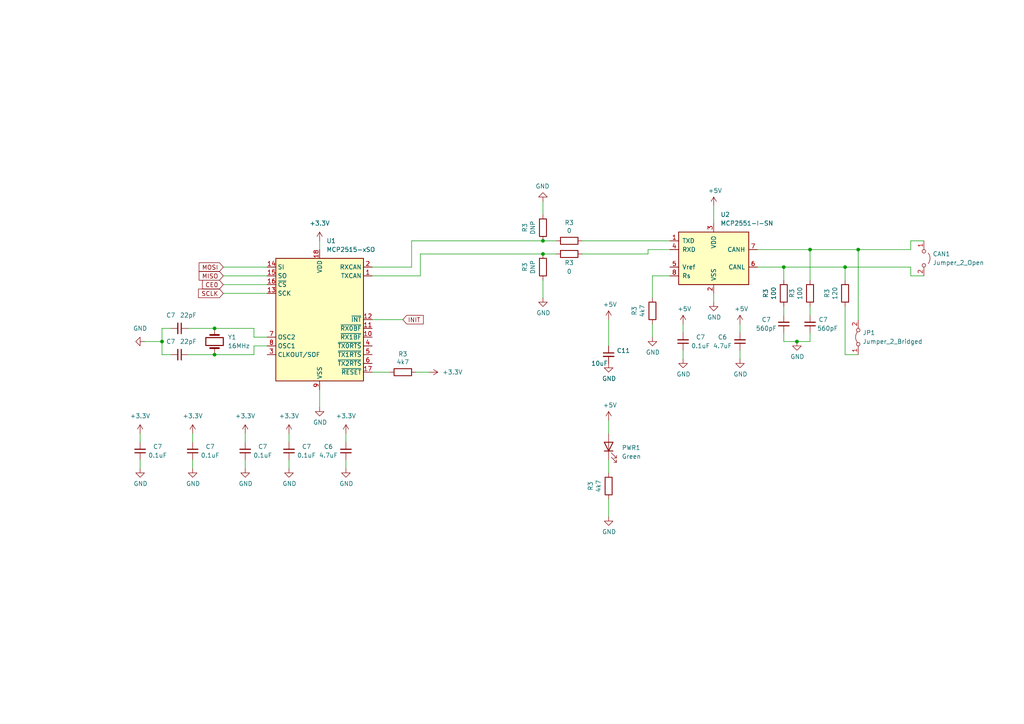
<source format=kicad_sch>
(kicad_sch (version 20230121) (generator eeschema)
  (paper "A4")
  (lib_symbols
    (symbol "Device:C_Small" (pin_numbers hide) (pin_names (offset 0.254) hide)
      (property "Reference" "C" (at 0.254 1.778 0))
      (property "Value" "C_Small" (at 0.254 -2.032 0))
      (symbol "C_Small_0_1"
        (polyline (pts (xy -1.524 -0.508) (xy 1.524 -0.508)) (stroke (width 0.3302)))
        (polyline (pts (xy -1.524 0.508) (xy 1.524 0.508)) (stroke (width 0.3048)))
      )
      (symbol "C_Small_1_1"
        (pin passive line (at 0 2.54 270) (length 2.032) (name "~") (number "1"))
        (pin passive line (at 0 -2.54 90) (length 2.032) (name "~") (number "2"))
      )
    )
    (symbol "Device:Crystal" (pin_numbers hide) (pin_names (offset 1.016) hide)
      (property "Reference" "Y" (at 0 3.81 0))
      (property "Value" "Crystal" (at 0 -3.81 0))
      (symbol "Crystal_0_1"
        (rectangle (start -1.143 2.54) (end 1.143 -2.54) (stroke (width 0.3048)))
        (polyline (pts (xy -2.54 0) (xy -1.905 0)))
        (polyline (pts (xy -1.905 -1.27) (xy -1.905 1.27)) (stroke (width 0.508)))
        (polyline (pts (xy 1.905 -1.27) (xy 1.905 1.27)) (stroke (width 0.508)))
        (polyline (pts (xy 2.54 0) (xy 1.905 0)))
      )
      (symbol "Crystal_1_1"
        (pin passive line (at -3.81 0 0) (length 1.27) (name "1") (number "1"))
        (pin passive line (at 3.81 0 180) (length 1.27) (name "2") (number "2"))
      )
    )
    (symbol "Device:LED" (pin_numbers hide) (pin_names (offset 1.016) hide)
      (property "Reference" "D" (at 0 2.54 0))
      (property "Value" "LED" (at 0 -2.54 0))
      (symbol "LED_0_1"
        (polyline (pts (xy -1.27 -1.27) (xy -1.27 1.27)) (stroke (width 0.254)))
        (polyline (pts (xy -1.27 0) (xy 1.27 0)))
        (polyline (pts (xy 1.27 -1.27) (xy 1.27 1.27) (xy -1.27 0) (xy 1.27 -1.27)) (stroke (width 0.254)))
        (polyline (pts (xy -3.048 -0.762) (xy -4.572 -2.286) (xy -3.81 -2.286) (xy -4.572 -2.286) (xy -4.572 -1.524)))
        (polyline (pts (xy -1.778 -0.762) (xy -3.302 -2.286) (xy -2.54 -2.286) (xy -3.302 -2.286) (xy -3.302 -1.524)))
      )
      (symbol "LED_1_1"
        (pin passive line (at -3.81 0 0) (length 2.54) (name "K") (number "1"))
        (pin passive line (at 3.81 0 180) (length 2.54) (name "A") (number "2"))
      )
    )
    (symbol "Device:R" (pin_numbers hide) (pin_names (offset 0))
      (property "Reference" "R" (at 2.032 0 90))
      (property "Value" "R" (at 0 0 90))
      (symbol "R_0_1"
        (rectangle (start -1.016 -2.54) (end 1.016 2.54) (stroke (width 0.254)))
      )
      (symbol "R_1_1"
        (pin passive line (at 0 3.81 270) (length 1.27) (name "~") (number "1"))
        (pin passive line (at 0 -3.81 90) (length 1.27) (name "~") (number "2"))
      )
    )
    (symbol "Interface_CAN_LIN:MCP2515-xSO"
      (property "Reference" "U" (at -10.16 19.685 0))
      (property "Value" "MCP2515-xSO" (at 19.05 20.32 0))
      (symbol "MCP2515-xSO_0_1"
        (rectangle (start -12.7 17.78) (end 12.7 -17.78) (stroke (width 0.254)) (fill (type background)))
      )
      (symbol "MCP2515-xSO_1_1"
        (pin output line (at 15.24 12.7 180) (length 2.54) (name "TXCAN") (number "1"))
        (pin output line (at 15.24 -5.08 180) (length 2.54) (name "~{RX1BF}") (number "10"))
        (pin output line (at 15.24 -2.54 180) (length 2.54) (name "~{RX0BF}") (number "11"))
        (pin output line (at 15.24 0 180) (length 2.54) (name "~{INT}") (number "12"))
        (pin input line (at -15.24 7.62 0) (length 2.54) (name "SCK") (number "13"))
        (pin input line (at -15.24 15.24 0) (length 2.54) (name "SI") (number "14"))
        (pin output line (at -15.24 12.7 0) (length 2.54) (name "SO") (number "15"))
        (pin input line (at -15.24 10.16 0) (length 2.54) (name "~{CS}") (number "16"))
        (pin input line (at 15.24 -15.24 180) (length 2.54) (name "~{RESET}") (number "17"))
        (pin power_in line (at 0 20.32 270) (length 2.54) (name "VDD") (number "18"))
        (pin input line (at 15.24 15.24 180) (length 2.54) (name "RXCAN") (number "2"))
        (pin output line (at -15.24 -10.16 0) (length 2.54) (name "CLKOUT/SOF") (number "3"))
        (pin input line (at 15.24 -7.62 180) (length 2.54) (name "~{TX0RTS}") (number "4"))
        (pin input line (at 15.24 -10.16 180) (length 2.54) (name "~{TX1RTS}") (number "5"))
        (pin input line (at 15.24 -12.7 180) (length 2.54) (name "~{TX2RTS}") (number "6"))
        (pin output line (at -15.24 -5.08 0) (length 2.54) (name "OSC2") (number "7"))
        (pin input line (at -15.24 -7.62 0) (length 2.54) (name "OSC1") (number "8"))
        (pin power_in line (at 0 -20.32 90) (length 2.54) (name "VSS") (number "9"))
      )
    )
    (symbol "Interface_CAN_LIN:MCP2551-I-SN" (pin_names (offset 1.016))
      (property "Reference" "U" (at -10.16 8.89 0))
      (property "Value" "MCP2551-I-SN" (at 2.54 8.89 0))
      (symbol "MCP2551-I-SN_0_1"
        (rectangle (start -10.16 7.62) (end 10.16 -7.62) (stroke (width 0.254)) (fill (type background)))
      )
      (symbol "MCP2551-I-SN_1_1"
        (pin input line (at -12.7 5.08 0) (length 2.54) (name "TXD") (number "1"))
        (pin power_in line (at 0 -10.16 90) (length 2.54) (name "VSS") (number "2"))
        (pin power_in line (at 0 10.16 270) (length 2.54) (name "VDD") (number "3"))
        (pin output line (at -12.7 2.54 0) (length 2.54) (name "RXD") (number "4"))
        (pin power_out line (at -12.7 -2.54 0) (length 2.54) (name "Vref") (number "5"))
        (pin bidirectional line (at 12.7 -2.54 180) (length 2.54) (name "CANL") (number "6"))
        (pin bidirectional line (at 12.7 2.54 180) (length 2.54) (name "CANH") (number "7"))
        (pin input line (at -12.7 -5.08 0) (length 2.54) (name "Rs") (number "8"))
      )
    )
    (symbol "Jumper:Jumper_2_Bridged" (pin_names (offset 0) hide)
      (property "Reference" "JP" (at 0 1.905 0))
      (property "Value" "Jumper_2_Bridged" (at 0 -2.54 0))
      (symbol "Jumper_2_Bridged_0_0"
        (circle (center -2.032 0) (radius 0.508))
        (circle (center 2.032 0) (radius 0.508))
      )
      (symbol "Jumper_2_Bridged_0_1"
        (arc (start 1.524 0.254) (mid 0 0.762) (end -1.524 0.254))
      )
      (symbol "Jumper_2_Bridged_1_1"
        (pin passive line (at -5.08 0 0) (length 2.54) (name "A") (number "1"))
        (pin passive line (at 5.08 0 180) (length 2.54) (name "B") (number "2"))
      )
    )
    (symbol "Jumper:Jumper_2_Open" (pin_names (offset 0) hide)
      (property "Reference" "JP" (at 0 2.794 0))
      (property "Value" "Jumper_2_Open" (at 0 -2.286 0))
      (symbol "Jumper_2_Open_0_0"
        (circle (center -2.032 0) (radius 0.508))
        (circle (center 2.032 0) (radius 0.508))
      )
      (symbol "Jumper_2_Open_0_1"
        (arc (start 1.524 1.27) (mid 0 1.778) (end -1.524 1.27))
      )
      (symbol "Jumper_2_Open_1_1"
        (pin passive line (at -5.08 0 0) (length 2.54) (name "A") (number "1"))
        (pin passive line (at 5.08 0 180) (length 2.54) (name "B") (number "2"))
      )
    )
    (symbol "power:+3.3V" (power) (pin_names (offset 0))
      (property "Value" "+3.3V" (at 0 3.556 0))
      (symbol "+3.3V_0_1"
        (polyline (pts (xy -0.762 1.27) (xy 0 2.54)))
        (polyline (pts (xy 0 0) (xy 0 2.54)))
        (polyline (pts (xy 0 2.54) (xy 0.762 1.27)))
      )
      (symbol "+3.3V_1_1"
        (pin power_in line (at 0 0 90) (length 0) hide (name "+3.3V") (number "1"))
      )
    )
    (symbol "power:+5V" (power) (pin_names (offset 0))
      (property "Value" "+5V" (at 0 3.556 0))
      (symbol "+5V_0_1"
        (polyline (pts (xy -0.762 1.27) (xy 0 2.54)))
        (polyline (pts (xy 0 0) (xy 0 2.54)))
        (polyline (pts (xy 0 2.54) (xy 0.762 1.27)))
      )
      (symbol "+5V_1_1"
        (pin power_in line (at 0 0 90) (length 0) hide (name "+5V") (number "1"))
      )
    )
    (symbol "power:GND" (power) (pin_names (offset 0))
      (property "Value" "GND" (at 0 -3.81 0))
      (symbol "GND_0_1"
        (polyline (pts (xy 0 0) (xy 0 -1.27) (xy 1.27 -1.27) (xy 0 -2.54) (xy -1.27 -1.27) (xy 0 -1.27)))
      )
      (symbol "GND_1_1"
        (pin power_in line (at 0 0 270) (length 0) hide (name "GND") (number "1"))
      )
    )
  )
  (junction (at 234.95 72.39))
  (junction (at 227.33 77.47))
  (junction (at 248.92 72.39))
  (junction (at 231.14 99.06))
  (junction (at 157.48 69.85))
  (junction (at 157.48 73.66))
  (junction (at 245.11 77.47))
  (junction (at 46.99 99.06))
  (junction (at 62.23 102.87))
  (junction (at 62.23 95.25))
  (wire (pts (xy 207.01 59.69) (xy 207.01 64.77)))
  (wire (pts (xy 92.71 69.85) (xy 92.71 72.39)))
  (wire (pts (xy 121.92 80.01) (xy 121.92 73.66)))
  (wire (pts (xy 264.16 72.39) (xy 248.92 72.39)))
  (wire (pts (xy 194.31 80.01) (xy 189.23 80.01)))
  (wire (pts (xy 64.77 80.01) (xy 77.47 80.01)))
  (wire (pts (xy 234.95 72.39) (xy 248.92 72.39)))
  (wire (pts (xy 73.66 97.79) (xy 73.66 95.25)))
  (wire (pts (xy 71.12 125.73) (xy 71.12 128.27)))
  (wire (pts (xy 207.01 85.09) (xy 207.01 87.63)))
  (wire (pts (xy 54.61 95.25) (xy 62.23 95.25)))
  (wire (pts (xy 64.77 82.55) (xy 77.47 82.55)))
  (wire (pts (xy 41.91 99.06) (xy 46.99 99.06)))
  (wire (pts (xy 264.16 72.39) (xy 264.16 69.85)))
  (wire (pts (xy 227.33 99.06) (xy 231.14 99.06)))
  (wire (pts (xy 264.16 69.85) (xy 267.97 69.85)))
  (wire (pts (xy 214.63 101.6) (xy 214.63 104.14)))
  (wire (pts (xy 100.33 125.73) (xy 100.33 128.27)))
  (wire (pts (xy 198.12 101.6) (xy 198.12 104.14)))
  (wire (pts (xy 55.88 125.73) (xy 55.88 128.27)))
  (wire (pts (xy 73.66 100.33) (xy 73.66 102.87)))
  (wire (pts (xy 264.16 80.01) (xy 267.97 80.01)))
  (wire (pts (xy 187.96 72.39) (xy 187.96 73.66)))
  (wire (pts (xy 119.38 77.47) (xy 119.38 69.85)))
  (wire (pts (xy 73.66 95.25) (xy 62.23 95.25)))
  (wire (pts (xy 176.53 133.35) (xy 176.53 137.16)))
  (wire (pts (xy 107.95 107.95) (xy 113.03 107.95)))
  (wire (pts (xy 176.53 144.78) (xy 176.53 149.86)))
  (wire (pts (xy 49.53 95.25) (xy 46.99 95.25)))
  (wire (pts (xy 46.99 99.06) (xy 46.99 102.87)))
  (wire (pts (xy 227.33 88.9) (xy 227.33 91.44)))
  (wire (pts (xy 189.23 93.98) (xy 189.23 97.79)))
  (wire (pts (xy 234.95 99.06) (xy 231.14 99.06)))
  (wire (pts (xy 245.11 77.47) (xy 264.16 77.47)))
  (wire (pts (xy 73.66 102.87) (xy 62.23 102.87)))
  (wire (pts (xy 121.92 73.66) (xy 157.48 73.66)))
  (wire (pts (xy 107.95 77.47) (xy 119.38 77.47)))
  (wire (pts (xy 176.53 92.71) (xy 176.53 100.33)))
  (wire (pts (xy 198.12 93.98) (xy 198.12 96.52)))
  (wire (pts (xy 120.65 107.95) (xy 124.46 107.95)))
  (wire (pts (xy 227.33 77.47) (xy 227.33 81.28)))
  (wire (pts (xy 194.31 72.39) (xy 187.96 72.39)))
  (wire (pts (xy 157.48 69.85) (xy 161.29 69.85)))
  (wire (pts (xy 245.11 102.87) (xy 248.92 102.87)))
  (wire (pts (xy 245.11 88.9) (xy 245.11 102.87)))
  (wire (pts (xy 54.61 102.87) (xy 62.23 102.87)))
  (wire (pts (xy 214.63 93.98) (xy 214.63 96.52)))
  (wire (pts (xy 219.71 77.47) (xy 227.33 77.47)))
  (wire (pts (xy 227.33 96.52) (xy 227.33 99.06)))
  (wire (pts (xy 46.99 95.25) (xy 46.99 99.06)))
  (wire (pts (xy 157.48 58.42) (xy 157.48 62.23)))
  (wire (pts (xy 55.88 133.35) (xy 55.88 135.89)))
  (wire (pts (xy 187.96 73.66) (xy 168.91 73.66)))
  (wire (pts (xy 71.12 133.35) (xy 71.12 135.89)))
  (wire (pts (xy 100.33 133.35) (xy 100.33 135.89)))
  (wire (pts (xy 245.11 81.28) (xy 245.11 77.47)))
  (wire (pts (xy 64.77 85.09) (xy 77.47 85.09)))
  (wire (pts (xy 119.38 69.85) (xy 157.48 69.85)))
  (wire (pts (xy 107.95 92.71) (xy 116.84 92.71)))
  (wire (pts (xy 176.53 121.92) (xy 176.53 125.73)))
  (wire (pts (xy 219.71 72.39) (xy 234.95 72.39)))
  (wire (pts (xy 40.64 133.35) (xy 40.64 135.89)))
  (wire (pts (xy 77.47 97.79) (xy 73.66 97.79)))
  (wire (pts (xy 77.47 100.33) (xy 73.66 100.33)))
  (wire (pts (xy 92.71 113.03) (xy 92.71 118.11)))
  (wire (pts (xy 157.48 81.28) (xy 157.48 86.36)))
  (wire (pts (xy 83.82 125.73) (xy 83.82 128.27)))
  (wire (pts (xy 234.95 88.9) (xy 234.95 91.44)))
  (wire (pts (xy 264.16 77.47) (xy 264.16 80.01)))
  (wire (pts (xy 46.99 102.87) (xy 49.53 102.87)))
  (wire (pts (xy 64.77 77.47) (xy 77.47 77.47)))
  (wire (pts (xy 107.95 80.01) (xy 121.92 80.01)))
  (wire (pts (xy 157.48 73.66) (xy 161.29 73.66)))
  (wire (pts (xy 168.91 69.85) (xy 194.31 69.85)))
  (wire (pts (xy 189.23 80.01) (xy 189.23 86.36)))
  (wire (pts (xy 245.11 77.47) (xy 227.33 77.47)))
  (wire (pts (xy 234.95 96.52) (xy 234.95 99.06)))
  (wire (pts (xy 248.92 72.39) (xy 248.92 92.71)))
  (wire (pts (xy 83.82 133.35) (xy 83.82 135.89)))
  (wire (pts (xy 40.64 125.73) (xy 40.64 128.27)))
  (wire (pts (xy 234.95 72.39) (xy 234.95 81.28)))
  (global_label "MISO" (shape input) (at 64.77 80.01 180) (property "Intersheetrefs" "${INTERSHEET_REFS}" (effects hide)))
  (global_label "INIT" (shape input) (at 116.84 92.71 0) (property "Intersheetrefs" "${INTERSHEET_REFS}" (effects hide)))
  (global_label "CE0" (shape input) (at 64.77 82.55 180) (property "Intersheetrefs" "${INTERSHEET_REFS}" (effects hide)))
  (global_label "SCLK" (shape input) (at 64.77 85.09 180) (property "Intersheetrefs" "${INTERSHEET_REFS}" (effects hide)))
  (global_label "MOSI" (shape input) (at 64.77 77.47 180) (property "Intersheetrefs" "${INTERSHEET_REFS}" (effects hide)))
  (symbol (lib_id "power:+5V") (at 214.63 93.98 0) (unit 1)
    (property "Reference" "#PWR08" (effects hide))
    (property "Value" "+5V" (at 215.011 89.5858 0))
    (instances (project "LTP305_ESP32_CLOCK" (path "" (reference "#PWR08") (unit 1))) (project "ltp_kikad" (path "" (reference "#PWR035") (unit 1)) (path "" (reference "#PWR049") (unit 1))))
  )
  (symbol (lib_id "power:GND") (at 40.64 135.89 0) (unit 1)
    (property "Reference" "#PWR09" (effects hide))
    (property "Value" "GND" (at 40.767 140.2842 0))
    (instances (project "LTP305_ESP32_CLOCK" (path "" (reference "#PWR09") (unit 1))) (project "ltp_kikad" (path "" (reference "#PWR03") (unit 1)) (path "" (reference "#PWR065") (unit 1))))
  )
  (symbol (lib_id "power:GND") (at 189.23 97.79 0) (unit 1)
    (property "Reference" "#PWR09" (effects hide))
    (property "Value" "GND" (at 189.357 102.1842 0))
    (instances (project "LTP305_ESP32_CLOCK" (path "" (reference "#PWR09") (unit 1))) (project "ltp_kikad" (path "" (reference "#PWR03") (unit 1)) (path "" (reference "#PWR051") (unit 1))))
  )
  (symbol (lib_id "power:GND") (at 157.48 58.42 180) (unit 1)
    (property "Reference" "#PWR09" (effects hide))
    (property "Value" "GND" (at 157.353 54.0258 0))
    (instances (project "LTP305_ESP32_CLOCK" (path "" (reference "#PWR09") (unit 1))) (project "ltp_kikad" (path "" (reference "#PWR03") (unit 1)) (path "" (reference "#PWR054") (unit 1))))
  )
  (symbol (lib_id "Device:R") (at 157.48 77.47 180) (unit 1)
    (property "Reference" "R3" (at 152.2222 77.47 90))
    (property "Value" "DNP" (at 154.5336 77.47 90))
    (property "Footprint" "Resistor_SMD:R_0603_1608Metric" (effects hide))
    (instances (project "LTP305_ESP32_CLOCK" (path "" (reference "R3") (unit 1))) (project "ltp_kikad" (path "" (reference "R2") (unit 1)) (path "" (reference "R14") (unit 1))))
  )
  (symbol (lib_id "power:+3.3V") (at 124.46 107.95 270) (unit 1)
    (property "Reference" "#PWR053" (effects hide))
    (property "Value" "+3.3V" (at 128.27 107.95 90) (effects (justify left)))
  )
  (symbol (lib_id "Device:R") (at 116.84 107.95 90) (unit 1)
    (property "Reference" "R3" (at 116.84 102.6922 90))
    (property "Value" "4k7" (at 116.84 105.0036 90))
    (property "Footprint" "Resistor_SMD:R_0603_1608Metric" (effects hide))
    (instances (project "LTP305_ESP32_CLOCK" (path "" (reference "R3") (unit 1))) (project "ltp_kikad" (path "" (reference "R2") (unit 1)) (path "" (reference "R10") (unit 1))))
  )
  (symbol (lib_id "Device:R") (at 189.23 90.17 180) (unit 1)
    (property "Reference" "R3" (at 183.9722 90.17 90))
    (property "Value" "4k7" (at 186.2836 90.17 90))
    (property "Footprint" "Resistor_SMD:R_0603_1608Metric" (effects hide))
    (instances (project "LTP305_ESP32_CLOCK" (path "" (reference "R3") (unit 1))) (project "ltp_kikad" (path "" (reference "R2") (unit 1)) (path "" (reference "R6") (unit 1))))
  )
  (symbol (lib_id "power:GND") (at 176.53 149.86 0) (unit 1)
    (property "Reference" "#PWR038" (effects hide))
    (property "Value" "GND" (at 176.657 154.2542 0))
    (instances (project "LTP305_ESP32_CLOCK" (path "" (reference "#PWR038") (unit 1))) (project "ltp_kikad" (path "" (reference "#PWR057") (unit 1)) (path "" (reference "#PWR067") (unit 1))))
  )
  (symbol (lib_id "power:GND") (at 92.71 118.11 0) (unit 1)
    (property "Reference" "#PWR09" (effects hide))
    (property "Value" "GND" (at 92.837 122.5042 0))
    (instances (project "LTP305_ESP32_CLOCK" (path "" (reference "#PWR09") (unit 1))) (project "ltp_kikad" (path "" (reference "#PWR03") (unit 1)) (path "" (reference "#PWR038") (unit 1))))
  )
  (symbol (lib_id "Device:C_Small") (at 227.33 93.98 180) (unit 1)
    (property "Reference" "C7" (at 222.25 92.71 0))
    (property "Value" "560pF" (at 222.25 95.25 0))
    (property "Footprint" "Capacitor_SMD:C_0603_1608Metric" (effects hide))
    (instances (project "LTP305_ESP32_CLOCK" (path "" (reference "C7") (unit 1))) (project "ltp_kikad" (path "" (reference "C4") (unit 1)) (path "" (reference "C25") (unit 1))))
  )
  (symbol (lib_id "Device:R") (at 245.11 85.09 180) (unit 1)
    (property "Reference" "R3" (at 239.8522 85.09 90))
    (property "Value" "120" (at 242.1636 85.09 90))
    (property "Footprint" "Resistor_SMD:R_0805_2012Metric_Pad1.20x1.40mm_HandSolder" (effects hide))
    (instances (project "LTP305_ESP32_CLOCK" (path "" (reference "R3") (unit 1))) (project "ltp_kikad" (path "" (reference "R2") (unit 1)) (path "" (reference "R9") (unit 1))))
  )
  (symbol (lib_id "Jumper:Jumper_2_Bridged") (at 248.92 97.79 90) (unit 1)
    (property "Reference" "JP1" (at 250.19 96.52 90) (effects (justify right)))
    (property "Value" "Jumper_2_Bridged" (at 250.19 99.06 90) (effects (justify right)))
    (property "Footprint" "TestPoint:TestPoint_2Pads_Pitch2.54mm_Drill0.8mm" (effects hide))
  )
  (symbol (lib_id "power:+5V") (at 207.01 59.69 0) (unit 1)
    (property "Reference" "#PWR08" (effects hide))
    (property "Value" "+5V" (at 207.391 55.2958 0))
    (instances (project "LTP305_ESP32_CLOCK" (path "" (reference "#PWR08") (unit 1))) (project "ltp_kikad" (path "" (reference "#PWR035") (unit 1)) (path "" (reference "#PWR040") (unit 1))))
  )
  (symbol (lib_id "power:+3.3V") (at 40.64 125.73 0) (unit 1)
    (property "Reference" "#PWR064" (effects hide))
    (property "Value" "+3.3V" (at 40.64 120.65 0))
  )
  (symbol (lib_id "Device:R") (at 227.33 85.09 180) (unit 1)
    (property "Reference" "R3" (at 222.0722 85.09 90))
    (property "Value" "100" (at 224.3836 85.09 90))
    (property "Footprint" "Resistor_SMD:R_0603_1608Metric" (effects hide))
    (instances (project "LTP305_ESP32_CLOCK" (path "" (reference "R3") (unit 1))) (project "ltp_kikad" (path "" (reference "R2") (unit 1)) (path "" (reference "R7") (unit 1))))
  )
  (symbol (lib_id "Jumper:Jumper_2_Open") (at 267.97 74.93 270) (unit 1)
    (property "Reference" "CAN1" (at 270.51 73.66 90) (effects (justify left)))
    (property "Value" "Jumper_2_Open" (at 270.51 76.2 90) (effects (justify left)))
    (property "Footprint" "TestPoint:TestPoint_2Pads_Pitch2.54mm_Drill0.8mm" (effects hide))
  )
  (symbol (lib_id "Interface_CAN_LIN:MCP2551-I-SN") (at 207.01 74.93 0) (unit 1)
    (property "Reference" "U2" (at 208.9659 62.23 0) (effects (justify left)))
    (property "Value" "MCP2551-I-SN" (at 208.9659 64.77 0) (effects (justify left)))
    (property "Footprint" "Package_SO:SOIC-8_3.9x4.9mm_P1.27mm" (effects hide))
    (property "Datasheet" "http://ww1.microchip.com/downloads/en/devicedoc/21667d.pdf" (effects hide))
  )
  (symbol (lib_id "Device:C_Small") (at 52.07 95.25 270) (unit 1)
    (property "Reference" "C7" (at 49.53 91.44 90))
    (property "Value" "22pF" (at 54.61 91.44 90))
    (property "Footprint" "Capacitor_SMD:C_0603_1608Metric" (effects hide))
    (instances (project "LTP305_ESP32_CLOCK" (path "" (reference "C7") (unit 1))) (project "ltp_kikad" (path "" (reference "C4") (unit 1)) (path "" (reference "C23") (unit 1))))
  )
  (symbol (lib_id "power:GND") (at 41.91 99.06 270) (unit 1)
    (property "Reference" "#PWR09" (effects hide))
    (property "Value" "GND" (at 40.64 95.25 90))
    (instances (project "LTP305_ESP32_CLOCK" (path "" (reference "#PWR09") (unit 1))) (project "ltp_kikad" (path "" (reference "#PWR03") (unit 1)) (path "" (reference "#PWR050") (unit 1))))
  )
  (symbol (lib_id "power:GND") (at 207.01 87.63 0) (unit 1)
    (property "Reference" "#PWR09" (effects hide))
    (property "Value" "GND" (at 207.137 92.0242 0))
    (instances (project "LTP305_ESP32_CLOCK" (path "" (reference "#PWR09") (unit 1))) (project "ltp_kikad" (path "" (reference "#PWR03") (unit 1)) (path "" (reference "#PWR039") (unit 1))))
  )
  (symbol (lib_id "power:+5V") (at 176.53 121.92 0) (unit 1)
    (property "Reference" "#PWR08" (effects hide))
    (property "Value" "+5V" (at 176.911 117.5258 0))
    (instances (project "LTP305_ESP32_CLOCK" (path "" (reference "#PWR08") (unit 1))) (project "ltp_kikad" (path "" (reference "#PWR056") (unit 1)) (path "" (reference "#PWR066") (unit 1))))
  )
  (symbol (lib_id "power:+3.3V") (at 100.33 125.73 0) (unit 1)
    (property "Reference" "#PWR045" (effects hide))
    (property "Value" "+3.3V" (at 100.33 120.65 0))
  )
  (symbol (lib_id "Device:R") (at 234.95 85.09 180) (unit 1)
    (property "Reference" "R3" (at 229.6922 85.09 90))
    (property "Value" "100" (at 232.0036 85.09 90))
    (property "Footprint" "Resistor_SMD:R_0603_1608Metric" (effects hide))
    (instances (project "LTP305_ESP32_CLOCK" (path "" (reference "R3") (unit 1))) (project "ltp_kikad" (path "" (reference "R2") (unit 1)) (path "" (reference "R8") (unit 1))))
  )
  (symbol (lib_id "Device:C_Small") (at 100.33 130.81 180) (unit 1)
    (property "Reference" "C6" (at 95.25 129.54 0))
    (property "Value" "4.7uF" (at 95.25 132.08 0))
    (property "Footprint" "Capacitor_SMD:C_0603_1608Metric" (effects hide))
    (instances (project "LTP305_ESP32_CLOCK" (path "" (reference "C6") (unit 1))) (project "ltp_kikad" (path "" (reference "C3") (unit 1)) (path "" (reference "C19") (unit 1))))
  )
  (symbol (lib_id "power:GND") (at 176.53 105.41 0) (unit 1)
    (property "Reference" "#PWR038" (effects hide))
    (property "Value" "GND" (at 176.657 109.8042 0))
    (instances (project "LTP305_ESP32_CLOCK" (path "" (reference "#PWR038") (unit 1))) (project "ltp_kikad" (path "" (reference "#PWR057") (unit 1)) (path "" (reference "#PWR057") (unit 1))))
  )
  (symbol (lib_id "power:GND") (at 157.48 86.36 0) (unit 1)
    (property "Reference" "#PWR09" (effects hide))
    (property "Value" "GND" (at 157.607 90.7542 0))
    (instances (project "LTP305_ESP32_CLOCK" (path "" (reference "#PWR09") (unit 1))) (project "ltp_kikad" (path "" (reference "#PWR03") (unit 1)) (path "" (reference "#PWR055") (unit 1))))
  )
  (symbol (lib_id "power:GND") (at 55.88 135.89 0) (unit 1)
    (property "Reference" "#PWR09" (effects hide))
    (property "Value" "GND" (at 56.007 140.2842 0))
    (instances (project "LTP305_ESP32_CLOCK" (path "" (reference "#PWR09") (unit 1))) (project "ltp_kikad" (path "" (reference "#PWR03") (unit 1)) (path "" (reference "#PWR063") (unit 1))))
  )
  (symbol (lib_id "Device:C_Small") (at 52.07 102.87 270) (unit 1)
    (property "Reference" "C7" (at 49.53 99.06 90))
    (property "Value" "22pF" (at 54.61 99.06 90))
    (property "Footprint" "Capacitor_SMD:C_0603_1608Metric" (effects hide))
    (instances (project "LTP305_ESP32_CLOCK" (path "" (reference "C7") (unit 1))) (project "ltp_kikad" (path "" (reference "C4") (unit 1)) (path "" (reference "C24") (unit 1))))
  )
  (symbol (lib_id "Device:R") (at 165.1 69.85 90) (unit 1)
    (property "Reference" "R3" (at 165.1 64.5922 90))
    (property "Value" "0" (at 165.1 66.9036 90))
    (property "Footprint" "Resistor_SMD:R_0603_1608Metric" (effects hide))
    (instances (project "LTP305_ESP32_CLOCK" (path "" (reference "R3") (unit 1))) (project "ltp_kikad" (path "" (reference "R2") (unit 1)) (path "" (reference "R11") (unit 1))))
  )
  (symbol (lib_id "Device:C_Small") (at 176.53 102.87 0) (unit 1)
    (property "Reference" "C11" (at 178.8668 101.7016 0) (effects (justify left)))
    (property "Value" "10uF" (at 171.45 105.41 0) (effects (justify left)))
    (property "Footprint" "Capacitor_SMD:C_0603_1608Metric" (effects hide))
    (instances (project "LTP305_ESP32_CLOCK" (path "" (reference "C11") (unit 1))) (project "ltp_kikad" (path "" (reference "C27") (unit 1)) (path "" (reference "C27") (unit 1))))
  )
  (symbol (lib_id "Device:R") (at 165.1 73.66 90) (unit 1)
    (property "Reference" "R3" (at 165.1 76.2 90))
    (property "Value" "0" (at 165.1 78.74 90))
    (property "Footprint" "Resistor_SMD:R_0603_1608Metric" (effects hide))
    (instances (project "LTP305_ESP32_CLOCK" (path "" (reference "R3") (unit 1))) (project "ltp_kikad" (path "" (reference "R2") (unit 1)) (path "" (reference "R12") (unit 1))))
  )
  (symbol (lib_id "power:+5V") (at 176.53 92.71 0) (unit 1)
    (property "Reference" "#PWR08" (effects hide))
    (property "Value" "+5V" (at 176.911 88.3158 0))
    (instances (project "LTP305_ESP32_CLOCK" (path "" (reference "#PWR08") (unit 1))) (project "ltp_kikad" (path "" (reference "#PWR056") (unit 1)) (path "" (reference "#PWR056") (unit 1))))
  )
  (symbol (lib_id "power:+3.3V") (at 83.82 125.73 0) (unit 1)
    (property "Reference" "#PWR044" (effects hide))
    (property "Value" "+3.3V" (at 83.82 120.65 0))
  )
  (symbol (lib_id "Device:C_Small") (at 55.88 130.81 180) (unit 1)
    (property "Reference" "C7" (at 60.96 129.54 0))
    (property "Value" "0.1uF" (at 60.96 132.08 0))
    (property "Footprint" "Capacitor_SMD:C_0603_1608Metric" (effects hide))
    (instances (project "LTP305_ESP32_CLOCK" (path "" (reference "C7") (unit 1))) (project "ltp_kikad" (path "" (reference "C4") (unit 1)) (path "" (reference "C29") (unit 1))))
  )
  (symbol (lib_id "Device:Crystal") (at 62.23 99.06 90) (unit 1)
    (property "Reference" "Y1" (at 66.04 97.79 90) (effects (justify right)))
    (property "Value" "16MHz" (at 66.04 100.33 90) (effects (justify right)))
    (property "Footprint" "Crystal:Crystal_SMD_HC49-SD" (effects hide))
  )
  (symbol (lib_id "power:GND") (at 231.14 99.06 0) (unit 1)
    (property "Reference" "#PWR09" (effects hide))
    (property "Value" "GND" (at 231.267 103.4542 0))
    (instances (project "LTP305_ESP32_CLOCK" (path "" (reference "#PWR09") (unit 1))) (project "ltp_kikad" (path "" (reference "#PWR03") (unit 1)) (path "" (reference "#PWR052") (unit 1))))
  )
  (symbol (lib_id "power:GND") (at 100.33 135.89 0) (unit 1)
    (property "Reference" "#PWR09" (effects hide))
    (property "Value" "GND" (at 100.457 140.2842 0))
    (instances (project "LTP305_ESP32_CLOCK" (path "" (reference "#PWR09") (unit 1))) (project "ltp_kikad" (path "" (reference "#PWR03") (unit 1)) (path "" (reference "#PWR043") (unit 1))))
  )
  (symbol (lib_id "Interface_CAN_LIN:MCP2515-xSO") (at 92.71 92.71 0) (unit 1)
    (property "Reference" "U1" (at 94.6659 69.85 0) (effects (justify left)))
    (property "Value" "MCP2515-xSO" (at 94.6659 72.39 0) (effects (justify left)))
    (property "Footprint" "Package_SO:SOIC-18W_7.5x11.6mm_P1.27mm" (effects hide))
    (property "Datasheet" "http://ww1.microchip.com/downloads/en/DeviceDoc/21801e.pdf" (effects hide))
  )
  (symbol (lib_id "power:+3.3V") (at 92.71 69.85 0) (unit 1)
    (property "Reference" "#PWR041" (effects hide))
    (property "Value" "+3.3V" (at 92.71 64.77 0))
  )
  (symbol (lib_id "Device:C_Small") (at 83.82 130.81 180) (unit 1)
    (property "Reference" "C7" (at 88.9 129.54 0))
    (property "Value" "0.1uF" (at 88.9 132.08 0))
    (property "Footprint" "Capacitor_SMD:C_0603_1608Metric" (effects hide))
    (instances (project "LTP305_ESP32_CLOCK" (path "" (reference "C7") (unit 1))) (project "ltp_kikad" (path "" (reference "C4") (unit 1)) (path "" (reference "C20") (unit 1))))
  )
  (symbol (lib_id "power:+3.3V") (at 71.12 125.73 0) (unit 1)
    (property "Reference" "#PWR060" (effects hide))
    (property "Value" "+3.3V" (at 71.12 120.65 0))
  )
  (symbol (lib_id "power:+5V") (at 198.12 93.98 0) (unit 1)
    (property "Reference" "#PWR08" (effects hide))
    (property "Value" "+5V" (at 198.501 89.5858 0))
    (instances (project "LTP305_ESP32_CLOCK" (path "" (reference "#PWR08") (unit 1))) (project "ltp_kikad" (path "" (reference "#PWR035") (unit 1)) (path "" (reference "#PWR048") (unit 1))))
  )
  (symbol (lib_id "Device:C_Small") (at 71.12 130.81 180) (unit 1)
    (property "Reference" "C7" (at 76.2 129.54 0))
    (property "Value" "0.1uF" (at 76.2 132.08 0))
    (property "Footprint" "Capacitor_SMD:C_0603_1608Metric" (effects hide))
    (instances (project "LTP305_ESP32_CLOCK" (path "" (reference "C7") (unit 1))) (project "ltp_kikad" (path "" (reference "C4") (unit 1)) (path "" (reference "C28") (unit 1))))
  )
  (symbol (lib_id "Device:C_Small") (at 214.63 99.06 180) (unit 1)
    (property "Reference" "C6" (at 209.55 97.79 0))
    (property "Value" "4.7uF" (at 209.55 100.33 0))
    (property "Footprint" "Capacitor_SMD:C_0603_1608Metric" (effects hide))
    (instances (project "LTP305_ESP32_CLOCK" (path "" (reference "C6") (unit 1))) (project "ltp_kikad" (path "" (reference "C3") (unit 1)) (path "" (reference "C22") (unit 1))))
  )
  (symbol (lib_id "power:GND") (at 71.12 135.89 0) (unit 1)
    (property "Reference" "#PWR09" (effects hide))
    (property "Value" "GND" (at 71.247 140.2842 0))
    (instances (project "LTP305_ESP32_CLOCK" (path "" (reference "#PWR09") (unit 1))) (project "ltp_kikad" (path "" (reference "#PWR03") (unit 1)) (path "" (reference "#PWR061") (unit 1))))
  )
  (symbol (lib_id "Device:R") (at 157.48 66.04 180) (unit 1)
    (property "Reference" "R3" (at 152.2222 66.04 90))
    (property "Value" "DNP" (at 154.5336 66.04 90))
    (property "Footprint" "Resistor_SMD:R_0603_1608Metric" (effects hide))
    (instances (project "LTP305_ESP32_CLOCK" (path "" (reference "R3") (unit 1))) (project "ltp_kikad" (path "" (reference "R2") (unit 1)) (path "" (reference "R13") (unit 1))))
  )
  (symbol (lib_id "Device:C_Small") (at 40.64 130.81 180) (unit 1)
    (property "Reference" "C7" (at 45.72 129.54 0))
    (property "Value" "0.1uF" (at 45.72 132.08 0))
    (property "Footprint" "Capacitor_SMD:C_0603_1608Metric" (effects hide))
    (instances (project "LTP305_ESP32_CLOCK" (path "" (reference "C7") (unit 1))) (project "ltp_kikad" (path "" (reference "C4") (unit 1)) (path "" (reference "C30") (unit 1))))
  )
  (symbol (lib_id "Device:C_Small") (at 198.12 99.06 180) (unit 1)
    (property "Reference" "C7" (at 203.2 97.79 0))
    (property "Value" "0.1uF" (at 203.2 100.33 0))
    (property "Footprint" "Capacitor_SMD:C_0603_1608Metric" (effects hide))
    (instances (project "LTP305_ESP32_CLOCK" (path "" (reference "C7") (unit 1))) (project "ltp_kikad" (path "" (reference "C4") (unit 1)) (path "" (reference "C21") (unit 1))))
  )
  (symbol (lib_id "Device:C_Small") (at 234.95 93.98 180) (unit 1)
    (property "Reference" "C7" (at 238.76 92.71 0))
    (property "Value" "560pF" (at 240.03 95.25 0))
    (property "Footprint" "Capacitor_SMD:C_0603_1608Metric" (effects hide))
    (instances (project "LTP305_ESP32_CLOCK" (path "" (reference "C7") (unit 1))) (project "ltp_kikad" (path "" (reference "C4") (unit 1)) (path "" (reference "C26") (unit 1))))
  )
  (symbol (lib_id "Device:LED") (at 176.53 129.54 90) (unit 1)
    (property "Reference" "PWR1" (at 180.34 129.8575 90) (effects (justify right)))
    (property "Value" "Green" (at 180.34 132.3975 90) (effects (justify right)))
    (property "Footprint" "LED_SMD:LED_0603_1608Metric_Pad1.05x0.95mm_HandSolder" (effects hide))
  )
  (symbol (lib_id "power:GND") (at 198.12 104.14 0) (unit 1)
    (property "Reference" "#PWR09" (effects hide))
    (property "Value" "GND" (at 198.247 108.5342 0))
    (instances (project "LTP305_ESP32_CLOCK" (path "" (reference "#PWR09") (unit 1))) (project "ltp_kikad" (path "" (reference "#PWR03") (unit 1)) (path "" (reference "#PWR046") (unit 1))))
  )
  (symbol (lib_id "power:GND") (at 214.63 104.14 0) (unit 1)
    (property "Reference" "#PWR09" (effects hide))
    (property "Value" "GND" (at 214.757 108.5342 0))
    (instances (project "LTP305_ESP32_CLOCK" (path "" (reference "#PWR09") (unit 1))) (project "ltp_kikad" (path "" (reference "#PWR03") (unit 1)) (path "" (reference "#PWR047") (unit 1))))
  )
  (symbol (lib_id "power:+3.3V") (at 55.88 125.73 0) (unit 1)
    (property "Reference" "#PWR062" (effects hide))
    (property "Value" "+3.3V" (at 55.88 120.65 0))
  )
  (symbol (lib_id "power:GND") (at 83.82 135.89 0) (unit 1)
    (property "Reference" "#PWR09" (effects hide))
    (property "Value" "GND" (at 83.947 140.2842 0))
    (instances (project "LTP305_ESP32_CLOCK" (path "" (reference "#PWR09") (unit 1))) (project "ltp_kikad" (path "" (reference "#PWR03") (unit 1)) (path "" (reference "#PWR042") (unit 1))))
  )
  (symbol (lib_id "Device:R") (at 176.53 140.97 180) (unit 1)
    (property "Reference" "R3" (at 171.2722 140.97 90))
    (property "Value" "4k7" (at 173.5836 140.97 90))
    (property "Footprint" "Resistor_SMD:R_0603_1608Metric" (effects hide))
    (instances (project "LTP305_ESP32_CLOCK" (path "" (reference "R3") (unit 1))) (project "ltp_kikad" (path "" (reference "R2") (unit 1)) (path "" (reference "R15") (unit 1))))
  )
)
</source>
